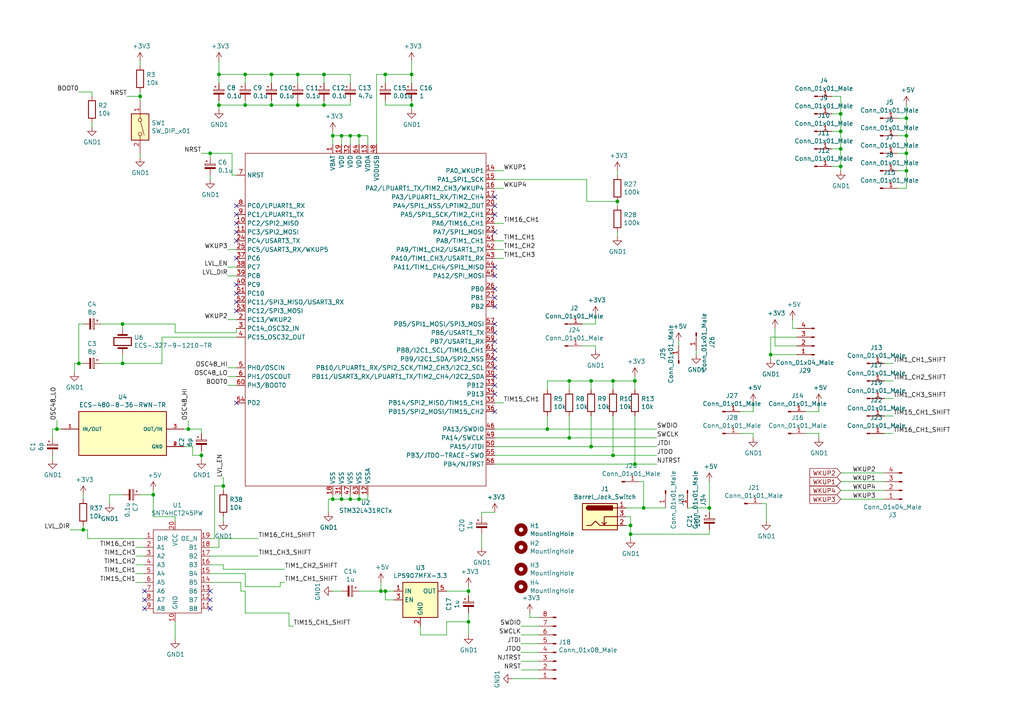
<source format=kicad_sch>
(kicad_sch (version 20211123) (generator eeschema)
  (paper "A4")
  (junction (at 243.84 43.18))
  (junction (at 243.84 38.1))
  (junction (at 179.07 58.42))
  (junction (at 158.75 124.46))
  (junction (at 223.52 102.87))
  (junction (at 165.1 110.49))
  (junction (at 78.74 30.48))
  (junction (at 44.45 143.51))
  (junction (at 16.51 124.46))
  (junction (at 22.86 105.41))
  (junction (at 71.12 30.48))
  (junction (at 64.77 140.97))
  (junction (at 243.84 33.02))
  (junction (at 182.88 154.94))
  (junction (at 262.89 49.53))
  (junction (at 40.64 27.94))
  (junction (at 171.45 110.49))
  (junction (at 104.14 144.78))
  (junction (at 184.15 110.49))
  (junction (at 104.14 39.37))
  (junction (at 99.06 144.78))
  (junction (at 35.56 93.98))
  (junction (at 58.42 132.08))
  (junction (at 86.36 30.48))
  (junction (at 101.6 144.78))
  (junction (at 262.89 34.29))
  (junction (at 184.15 134.62))
  (junction (at 63.5 30.48))
  (junction (at 119.38 30.48))
  (junction (at 119.38 21.59))
  (junction (at 111.76 21.59))
  (junction (at 182.88 152.4))
  (junction (at 135.89 171.45))
  (junction (at 111.76 171.45))
  (junction (at 165.1 127))
  (junction (at 186.69 147.32))
  (junction (at 110.49 171.45))
  (junction (at 24.13 153.67))
  (junction (at 262.89 39.37))
  (junction (at 96.52 144.78))
  (junction (at 177.8 110.49))
  (junction (at 71.12 21.59))
  (junction (at 177.8 132.08))
  (junction (at 171.45 129.54))
  (junction (at 86.36 21.59))
  (junction (at 93.98 21.59))
  (junction (at 63.5 21.59))
  (junction (at 54.61 124.46))
  (junction (at 135.89 180.34))
  (junction (at 205.74 147.32))
  (junction (at 101.6 39.37))
  (junction (at 78.74 21.59))
  (junction (at 243.84 48.26))
  (junction (at 262.89 44.45))
  (junction (at 93.98 30.48))
  (junction (at 99.06 39.37))
  (junction (at 60.96 44.45))
  (junction (at 96.52 39.37))
  (junction (at 35.56 105.41))
  (no_connect (at 68.58 85.09))
  (no_connect (at 41.91 173.99))
  (no_connect (at 143.51 114.3))
  (no_connect (at 68.58 74.93))
  (no_connect (at 143.51 62.23))
  (no_connect (at 60.96 173.99))
  (no_connect (at 68.58 82.55))
  (no_connect (at 143.51 119.38))
  (no_connect (at 68.58 64.77))
  (no_connect (at 143.51 57.15))
  (no_connect (at 68.58 87.63))
  (no_connect (at 68.58 62.23))
  (no_connect (at 68.58 67.31))
  (no_connect (at 60.96 171.45))
  (no_connect (at 143.51 96.52))
  (no_connect (at 143.51 106.68))
  (no_connect (at 143.51 59.69))
  (no_connect (at 143.51 93.98))
  (no_connect (at 143.51 86.36))
  (no_connect (at 68.58 116.84))
  (no_connect (at 143.51 101.6))
  (no_connect (at 143.51 67.31))
  (no_connect (at 143.51 83.82))
  (no_connect (at 60.96 176.53))
  (no_connect (at 143.51 77.47))
  (no_connect (at 143.51 88.9))
  (no_connect (at 68.58 90.17))
  (no_connect (at 143.51 104.14))
  (no_connect (at 143.51 111.76))
  (no_connect (at 143.51 80.01))
  (no_connect (at 143.51 109.22))
  (no_connect (at 143.51 99.06))
  (no_connect (at 41.91 176.53))
  (no_connect (at 68.58 69.85))
  (no_connect (at 68.58 59.69))
  (no_connect (at 41.91 171.45))
  (wire (pts (xy 135.89 171.45) (xy 135.89 170.18)))
  (wire (pts (xy 50.8 185.42) (xy 50.8 180.34)))
  (wire (pts (xy 262.89 34.29) (xy 262.89 30.48)))
  (wire (pts (xy 184.15 134.62) (xy 184.15 120.65)))
  (wire (pts (xy 68.58 97.79) (xy 46.99 97.79)))
  (wire (pts (xy 86.36 24.13) (xy 86.36 21.59)))
  (wire (pts (xy 182.88 149.86) (xy 181.61 149.86)))
  (wire (pts (xy 196.85 99.06) (xy 196.85 100.33)))
  (wire (pts (xy 39.37 161.29) (xy 41.91 161.29)))
  (wire (pts (xy 78.74 30.48) (xy 86.36 30.48)))
  (wire (pts (xy 243.84 43.18) (xy 243.84 38.1)))
  (wire (pts (xy 158.75 124.46) (xy 190.5 124.46)))
  (wire (pts (xy 177.8 132.08) (xy 190.5 132.08)))
  (wire (pts (xy 146.05 72.39) (xy 143.51 72.39)))
  (wire (pts (xy 243.84 144.78) (xy 256.54 144.78)))
  (wire (pts (xy 231.14 95.25) (xy 229.87 95.25)))
  (wire (pts (xy 96.52 144.78) (xy 96.52 143.51)))
  (wire (pts (xy 66.04 106.68) (xy 68.58 106.68)))
  (wire (pts (xy 184.15 134.62) (xy 190.5 134.62)))
  (wire (pts (xy 60.96 158.75) (xy 63.5 158.75)))
  (wire (pts (xy 16.51 124.46) (xy 15.24 124.46)))
  (wire (pts (xy 22.86 105.41) (xy 24.13 105.41)))
  (wire (pts (xy 214.63 125.73) (xy 218.44 125.73)))
  (wire (pts (xy 67.31 44.45) (xy 60.96 44.45)))
  (wire (pts (xy 179.07 68.58) (xy 179.07 67.31)))
  (wire (pts (xy 64.77 163.83) (xy 64.77 165.1)))
  (wire (pts (xy 139.7 149.86) (xy 139.7 148.59)))
  (wire (pts (xy 199.39 147.32) (xy 205.74 147.32)))
  (wire (pts (xy 62.23 156.21) (xy 60.96 156.21)))
  (wire (pts (xy 205.74 139.7) (xy 205.74 147.32)))
  (wire (pts (xy 22.86 26.67) (xy 26.67 26.67)))
  (wire (pts (xy 233.68 119.38) (xy 237.49 119.38)))
  (wire (pts (xy 53.34 129.54) (xy 55.88 129.54)))
  (wire (pts (xy 35.56 102.87) (xy 35.56 105.41)))
  (wire (pts (xy 106.68 41.91) (xy 106.68 39.37)))
  (wire (pts (xy 46.99 97.79) (xy 46.99 105.41)))
  (wire (pts (xy 158.75 113.03) (xy 158.75 110.49)))
  (wire (pts (xy 231.14 100.33) (xy 224.79 100.33)))
  (wire (pts (xy 24.13 153.67) (xy 24.13 152.4)))
  (wire (pts (xy 259.08 110.49) (xy 256.54 110.49)))
  (wire (pts (xy 101.6 41.91) (xy 101.6 39.37)))
  (wire (pts (xy 165.1 113.03) (xy 165.1 110.49)))
  (wire (pts (xy 85.09 181.61) (xy 83.82 181.61)))
  (wire (pts (xy 135.89 180.34) (xy 135.89 177.8)))
  (wire (pts (xy 260.35 54.61) (xy 262.89 54.61)))
  (wire (pts (xy 101.6 39.37) (xy 99.06 39.37)))
  (wire (pts (xy 129.54 180.34) (xy 135.89 180.34)))
  (wire (pts (xy 222.25 146.05) (xy 222.25 151.13)))
  (wire (pts (xy 241.3 48.26) (xy 243.84 48.26)))
  (wire (pts (xy 96.52 144.78) (xy 99.06 144.78)))
  (wire (pts (xy 186.69 139.7) (xy 185.42 139.7)))
  (wire (pts (xy 205.74 148.59) (xy 205.74 147.32)))
  (wire (pts (xy 63.5 30.48) (xy 63.5 31.75)))
  (wire (pts (xy 121.92 181.61) (xy 121.92 184.15)))
  (wire (pts (xy 96.52 171.45) (xy 99.06 171.45)))
  (wire (pts (xy 104.14 144.78) (xy 106.68 144.78)))
  (wire (pts (xy 143.51 129.54) (xy 171.45 129.54)))
  (wire (pts (xy 223.52 102.87) (xy 231.14 102.87)))
  (wire (pts (xy 181.61 147.32) (xy 186.69 147.32)))
  (wire (pts (xy 165.1 120.65) (xy 165.1 127)))
  (wire (pts (xy 95.25 144.78) (xy 96.52 144.78)))
  (wire (pts (xy 182.88 152.4) (xy 182.88 154.94)))
  (wire (pts (xy 109.22 21.59) (xy 109.22 41.91)))
  (wire (pts (xy 63.5 156.21) (xy 74.93 156.21)))
  (wire (pts (xy 25.4 156.21) (xy 25.4 153.67)))
  (wire (pts (xy 83.82 181.61) (xy 83.82 177.8)))
  (wire (pts (xy 218.44 119.38) (xy 218.44 116.84)))
  (wire (pts (xy 40.64 27.94) (xy 40.64 26.67)))
  (wire (pts (xy 78.74 24.13) (xy 78.74 21.59)))
  (wire (pts (xy 151.13 191.77) (xy 156.21 191.77)))
  (wire (pts (xy 165.1 127) (xy 143.51 127)))
  (wire (pts (xy 40.64 29.21) (xy 40.64 27.94)))
  (wire (pts (xy 78.74 21.59) (xy 86.36 21.59)))
  (wire (pts (xy 71.12 177.8) (xy 71.12 171.45)))
  (wire (pts (xy 151.13 189.23) (xy 156.21 189.23)))
  (wire (pts (xy 260.35 44.45) (xy 262.89 44.45)))
  (wire (pts (xy 143.51 134.62) (xy 184.15 134.62)))
  (wire (pts (xy 26.67 36.83) (xy 26.67 35.56)))
  (wire (pts (xy 156.21 179.07) (xy 153.67 179.07)))
  (wire (pts (xy 146.05 74.93) (xy 143.51 74.93)))
  (wire (pts (xy 135.89 171.45) (xy 129.54 171.45)))
  (wire (pts (xy 93.98 21.59) (xy 93.98 24.13)))
  (wire (pts (xy 111.76 21.59) (xy 119.38 21.59)))
  (wire (pts (xy 143.51 124.46) (xy 158.75 124.46)))
  (wire (pts (xy 179.07 50.8) (xy 179.07 49.53)))
  (wire (pts (xy 96.52 39.37) (xy 96.52 38.1)))
  (wire (pts (xy 119.38 30.48) (xy 111.76 30.48)))
  (wire (pts (xy 243.84 38.1) (xy 243.84 33.02)))
  (wire (pts (xy 66.04 111.76) (xy 68.58 111.76)))
  (wire (pts (xy 153.67 179.07) (xy 153.67 177.8)))
  (wire (pts (xy 101.6 29.21) (xy 101.6 30.48)))
  (wire (pts (xy 60.96 44.45) (xy 58.42 44.45)))
  (wire (pts (xy 29.21 93.98) (xy 35.56 93.98)))
  (wire (pts (xy 129.54 184.15) (xy 129.54 180.34)))
  (wire (pts (xy 20.32 153.67) (xy 24.13 153.67)))
  (wire (pts (xy 35.56 95.25) (xy 35.56 93.98)))
  (wire (pts (xy 182.88 154.94) (xy 182.88 156.21)))
  (wire (pts (xy 139.7 148.59) (xy 143.51 148.59)))
  (wire (pts (xy 41.91 168.91) (xy 39.37 168.91)))
  (wire (pts (xy 101.6 144.78) (xy 101.6 143.51)))
  (wire (pts (xy 66.04 109.22) (xy 68.58 109.22)))
  (wire (pts (xy 218.44 125.73) (xy 218.44 127)))
  (wire (pts (xy 146.05 49.53) (xy 143.51 49.53)))
  (wire (pts (xy 110.49 168.91) (xy 110.49 171.45)))
  (wire (pts (xy 64.77 151.13) (xy 64.77 149.86)))
  (wire (pts (xy 26.67 27.94) (xy 26.67 26.67)))
  (wire (pts (xy 114.3 173.99) (xy 111.76 173.99)))
  (wire (pts (xy 259.08 105.41) (xy 256.54 105.41)))
  (wire (pts (xy 243.84 142.24) (xy 256.54 142.24)))
  (wire (pts (xy 25.4 156.21) (xy 41.91 156.21)))
  (wire (pts (xy 121.92 184.15) (xy 129.54 184.15)))
  (wire (pts (xy 186.69 147.32) (xy 193.04 147.32)))
  (wire (pts (xy 135.89 172.72) (xy 135.89 171.45)))
  (wire (pts (xy 95.25 148.59) (xy 95.25 144.78)))
  (wire (pts (xy 262.89 54.61) (xy 262.89 49.53)))
  (wire (pts (xy 165.1 127) (xy 190.5 127)))
  (wire (pts (xy 223.52 97.79) (xy 223.52 102.87)))
  (wire (pts (xy 139.7 154.94) (xy 139.7 158.75)))
  (wire (pts (xy 106.68 39.37) (xy 104.14 39.37)))
  (wire (pts (xy 17.78 124.46) (xy 16.51 124.46)))
  (wire (pts (xy 54.61 124.46) (xy 53.34 124.46)))
  (wire (pts (xy 146.05 64.77) (xy 143.51 64.77)))
  (wire (pts (xy 143.51 52.07) (xy 170.18 52.07)))
  (wire (pts (xy 184.15 113.03) (xy 184.15 110.49)))
  (wire (pts (xy 64.77 138.43) (xy 64.77 140.97)))
  (wire (pts (xy 119.38 29.21) (xy 119.38 30.48)))
  (wire (pts (xy 237.49 125.73) (xy 237.49 127)))
  (wire (pts (xy 181.61 152.4) (xy 182.88 152.4)))
  (wire (pts (xy 40.64 19.05) (xy 40.64 17.78)))
  (wire (pts (xy 106.68 144.78) (xy 106.68 143.51)))
  (wire (pts (xy 111.76 21.59) (xy 111.76 24.13)))
  (wire (pts (xy 60.96 161.29) (xy 74.93 161.29)))
  (wire (pts (xy 96.52 41.91) (xy 96.52 39.37)))
  (wire (pts (xy 259.08 125.73) (xy 256.54 125.73)))
  (wire (pts (xy 66.04 77.47) (xy 68.58 77.47)))
  (wire (pts (xy 241.3 27.94) (xy 243.84 27.94)))
  (wire (pts (xy 172.72 93.98) (xy 172.72 91.44)))
  (wire (pts (xy 69.85 171.45) (xy 69.85 168.91)))
  (wire (pts (xy 104.14 41.91) (xy 104.14 39.37)))
  (wire (pts (xy 64.77 165.1) (xy 82.55 165.1)))
  (wire (pts (xy 71.12 30.48) (xy 78.74 30.48)))
  (wire (pts (xy 109.22 21.59) (xy 111.76 21.59)))
  (wire (pts (xy 223.52 104.14) (xy 223.52 102.87)))
  (wire (pts (xy 146.05 116.84) (xy 143.51 116.84)))
  (wire (pts (xy 62.23 140.97) (xy 62.23 156.21)))
  (wire (pts (xy 101.6 144.78) (xy 104.14 144.78)))
  (wire (pts (xy 60.96 168.91) (xy 69.85 168.91)))
  (wire (pts (xy 50.8 151.13) (xy 50.8 149.86)))
  (wire (pts (xy 60.96 166.37) (xy 71.12 166.37)))
  (wire (pts (xy 36.83 27.94) (xy 40.64 27.94)))
  (wire (pts (xy 158.75 110.49) (xy 165.1 110.49)))
  (wire (pts (xy 50.8 96.52) (xy 68.58 96.52)))
  (wire (pts (xy 81.28 168.91) (xy 81.28 170.18)))
  (wire (pts (xy 171.45 129.54) (xy 190.5 129.54)))
  (wire (pts (xy 151.13 194.31) (xy 156.21 194.31)))
  (wire (pts (xy 259.08 120.65) (xy 256.54 120.65)))
  (wire (pts (xy 151.13 181.61) (xy 156.21 181.61)))
  (wire (pts (xy 243.84 43.18) (xy 243.84 48.26)))
  (wire (pts (xy 158.75 124.46) (xy 158.75 120.65)))
  (wire (pts (xy 71.12 177.8) (xy 83.82 177.8)))
  (wire (pts (xy 170.18 58.42) (xy 179.07 58.42)))
  (wire (pts (xy 35.56 143.51) (xy 31.75 143.51)))
  (wire (pts (xy 165.1 110.49) (xy 171.45 110.49)))
  (wire (pts (xy 21.59 107.95) (xy 21.59 105.41)))
  (wire (pts (xy 63.5 24.13) (xy 63.5 21.59)))
  (wire (pts (xy 177.8 113.03) (xy 177.8 110.49)))
  (wire (pts (xy 104.14 39.37) (xy 101.6 39.37)))
  (wire (pts (xy 201.93 102.87) (xy 201.93 101.6)))
  (wire (pts (xy 63.5 21.59) (xy 71.12 21.59)))
  (wire (pts (xy 40.64 45.72) (xy 40.64 44.45)))
  (wire (pts (xy 15.24 124.46) (xy 15.24 127)))
  (wire (pts (xy 184.15 110.49) (xy 184.15 109.22)))
  (wire (pts (xy 58.42 125.73) (xy 58.42 124.46)))
  (wire (pts (xy 237.49 119.38) (xy 237.49 116.84)))
  (wire (pts (xy 55.88 129.54) (xy 55.88 132.08)))
  (wire (pts (xy 71.12 166.37) (xy 71.12 170.18)))
  (wire (pts (xy 168.91 100.33) (xy 172.72 100.33)))
  (wire (pts (xy 58.42 133.35) (xy 58.42 132.08)))
  (wire (pts (xy 64.77 142.24) (xy 64.77 140.97)))
  (wire (pts (xy 99.06 143.51) (xy 99.06 144.78)))
  (wire (pts (xy 182.88 154.94) (xy 205.74 154.94)))
  (wire (pts (xy 241.3 33.02) (xy 243.84 33.02)))
  (wire (pts (xy 205.74 154.94) (xy 205.74 153.67)))
  (wire (pts (xy 119.38 24.13) (xy 119.38 21.59)))
  (wire (pts (xy 67.31 50.8) (xy 67.31 44.45)))
  (wire (pts (xy 177.8 132.08) (xy 143.51 132.08)))
  (wire (pts (xy 177.8 110.49) (xy 184.15 110.49)))
  (wire (pts (xy 110.49 171.45) (xy 104.14 171.45)))
  (wire (pts (xy 60.96 52.07) (xy 60.96 50.8)))
  (wire (pts (xy 31.75 146.05) (xy 31.75 143.51)))
  (wire (pts (xy 182.88 152.4) (xy 182.88 149.86)))
  (wire (pts (xy 111.76 171.45) (xy 110.49 171.45)))
  (wire (pts (xy 119.38 21.59) (xy 119.38 17.78)))
  (wire (pts (xy 222.25 146.05) (xy 220.98 146.05)))
  (wire (pts (xy 22.86 93.98) (xy 24.13 93.98)))
  (wire (pts (xy 170.18 58.42) (xy 170.18 52.07)))
  (wire (pts (xy 243.84 38.1) (xy 241.3 38.1)))
  (wire (pts (xy 63.5 158.75) (xy 63.5 156.21)))
  (wire (pts (xy 22.86 105.41) (xy 22.86 93.98)))
  (wire (pts (xy 50.8 149.86) (xy 44.45 149.86)))
  (wire (pts (xy 78.74 30.48) (xy 78.74 29.21)))
  (wire (pts (xy 214.63 119.38) (xy 218.44 119.38)))
  (wire (pts (xy 243.84 139.7) (xy 256.54 139.7)))
  (wire (pts (xy 177.8 110.49) (xy 171.45 110.49)))
  (wire (pts (xy 71.12 170.18) (xy 81.28 170.18)))
  (wire (pts (xy 66.04 80.01) (xy 68.58 80.01)))
  (wire (pts (xy 111.76 29.21) (xy 111.76 30.48)))
  (wire (pts (xy 86.36 30.48) (xy 86.36 29.21)))
  (wire (pts (xy 35.56 93.98) (xy 50.8 93.98)))
  (wire (pts (xy 44.45 149.86) (xy 44.45 143.51)))
  (wire (pts (xy 66.04 72.39) (xy 68.58 72.39)))
  (wire (pts (xy 58.42 124.46) (xy 54.61 124.46)))
  (wire (pts (xy 111.76 173.99) (xy 111.76 171.45)))
  (wire (pts (xy 172.72 100.33) (xy 172.72 101.6)))
  (wire (pts (xy 224.79 100.33) (xy 224.79 95.25)))
  (wire (pts (xy 171.45 129.54) (xy 171.45 120.65)))
  (wire (pts (xy 243.84 48.26) (xy 243.84 49.53)))
  (wire (pts (xy 168.91 93.98) (xy 172.72 93.98)))
  (wire (pts (xy 60.96 45.72) (xy 60.96 44.45)))
  (wire (pts (xy 135.89 180.34) (xy 135.89 184.15)))
  (wire (pts (xy 259.08 115.57) (xy 256.54 115.57)))
  (wire (pts (xy 46.99 105.41) (xy 35.56 105.41)))
  (wire (pts (xy 262.89 44.45) (xy 262.89 39.37)))
  (wire (pts (xy 71.12 30.48) (xy 71.12 29.21)))
  (wire (pts (xy 186.69 147.32) (xy 186.69 139.7)))
  (wire (pts (xy 243.84 27.94) (xy 243.84 33.02)))
  (wire (pts (xy 146.05 69.85) (xy 143.51 69.85)))
  (wire (pts (xy 177.8 132.08) (xy 177.8 120.65)))
  (wire (pts (xy 39.37 163.83) (xy 41.91 163.83)))
  (wire (pts (xy 231.14 97.79) (xy 223.52 97.79)))
  (wire (pts (xy 99.06 39.37) (xy 96.52 39.37)))
  (wire (pts (xy 54.61 121.92) (xy 54.61 124.46)))
  (wire (pts (xy 151.13 184.15) (xy 156.21 184.15)))
  (wire (pts (xy 101.6 24.13) (xy 101.6 21.59)))
  (wire (pts (xy 241.3 43.18) (xy 243.84 43.18)))
  (wire (pts (xy 146.05 54.61) (xy 143.51 54.61)))
  (wire (pts (xy 16.51 121.92) (xy 16.51 124.46)))
  (wire (pts (xy 50.8 93.98) (xy 50.8 96.52)))
  (wire (pts (xy 25.4 153.67) (xy 24.13 153.67)))
  (wire (pts (xy 68.58 50.8) (xy 67.31 50.8)))
  (wire (pts (xy 93.98 30.48) (xy 101.6 30.48)))
  (wire (pts (xy 179.07 59.69) (xy 179.07 58.42)))
  (wire (pts (xy 71.12 21.59) (xy 78.74 21.59)))
  (wire (pts (xy 156.21 196.85) (xy 148.59 196.85)))
  (wire (pts (xy 171.45 110.49) (xy 171.45 113.03)))
  (wire (pts (xy 58.42 132.08) (xy 58.42 130.81)))
  (wire (pts (xy 21.59 105.41) (xy 22.86 105.41)))
  (wire (pts (xy 39.37 166.37) (xy 41.91 166.37)))
  (wire (pts (xy 15.24 133.35) (xy 15.24 132.08)))
  (wire (pts (xy 44.45 143.51) (xy 40.64 143.51)))
  (wire (pts (xy 82.55 168.91) (xy 81.28 168.91)))
  (wire (pts (xy 229.87 95.25) (xy 229.87 92.71)))
  (wire (pts (xy 101.6 21.59) (xy 93.98 21.59)))
  (wire (pts (xy 260.35 34.29) (xy 262.89 34.29)))
  (wire (pts (xy 104.14 143.51) (xy 104.14 144.78)))
  (wire (pts (xy 86.36 21.59) (xy 93.98 21.59)))
  (wire (pts (xy 99.06 144.78) (xy 101.6 144.78)))
  (wire (pts (xy 63.5 21.59) (xy 63.5 17.78)))
  (wire (pts (xy 60.96 163.83) (xy 64.77 163.83)))
  (wire (pts (xy 93.98 30.48) (xy 86.36 30.48)))
  (wire (pts (xy 63.5 29.21) (xy 63.5 30.48)))
  (wire (pts (xy 68.58 96.52) (xy 68.58 95.25)))
  (wire (pts (xy 151.13 186.69) (xy 156.21 186.69)))
  (wire (pts (xy 66.04 92.71) (xy 68.58 92.71)))
  (wire (pts (xy 64.77 140.97) (xy 62.23 140.97)))
  (wire (pts (xy 24.13 144.78) (xy 24.13 143.51)))
  (wire (pts (xy 233.68 125.73) (xy 237.49 125.73)))
  (wire (pts (xy 260.35 49.53) (xy 262.89 49.53)))
  (wire (pts (xy 114.3 171.45) (xy 111.76 171.45)))
  (wire (pts (xy 63.5 30.48) (xy 71.12 30.48)))
  (wire (pts (xy 99.06 41.91) (xy 99.06 39.37)))
  (wire (pts (xy 262.89 39.37) (xy 262.89 34.29)))
  (wire (pts (xy 29.21 105.41) (xy 35.56 105.41)))
  (wire (pts (xy 262.89 49.53) (xy 262.89 44.45)))
  (wire (pts (xy 262.89 39.37) (xy 260.35 39.37)))
  (wire (pts (xy 93.98 29.21) (xy 93.98 30.48)))
  (wire (pts (xy 39.37 158.75) (xy 41.91 158.75)))
  (wire (pts (xy 55.88 132.08) (xy 58.42 132.08)))
  (wire (pts (xy 243.84 137.16) (xy 256.54 137.16)))
  (wire (pts (xy 71.12 24.13) (xy 71.12 21.59)))
  (wire (pts (xy 44.45 142.24) (xy 44.45 143.51)))
  (wire (pts (xy 119.38 31.75) (xy 119.38 30.48)))
  (wire (pts (xy 71.12 171.45) (xy 69.85 171.45)))
  (label "WKUP1" (at 146.05 49.53 0))
  (label "JTDO" (at 190.5 132.08 0))
  (label "TIM1_CH2_SHIFT" (at 259.08 110.49 0))
  (label "WKUP3" (at 66.04 72.39 180))
  (label "TIM1_CH1" (at 146.05 69.85 0))
  (label "TIM1_CH2" (at 146.05 72.39 0))
  (label "SWDIO" (at 190.5 124.46 0))
  (label "LVL_DIR" (at 20.32 153.67 180))
  (label "NRST" (at 58.42 44.45 180))
  (label "OSC48_HI" (at 54.61 121.92 90))
  (label "TIM1_CH3_SHIFT" (at 259.08 115.57 0))
  (label "SWCLK" (at 190.5 127 0))
  (label "BOOT0" (at 22.86 26.67 180))
  (label "NRST" (at 36.83 27.94 180))
  (label "TIM1_CH3_SHIFT" (at 74.93 161.29 0))
  (label "TIM1_CH3" (at 146.05 74.93 0))
  (label "LVL_DIR" (at 66.04 80.01 180))
  (label "TIM16_CH1" (at 39.37 158.75 180))
  (label "LVL_EN" (at 66.04 77.47 180))
  (label "TIM1_CH3" (at 39.37 161.29 180))
  (label "WKUP1" (at 254 139.7 180))
  (label "OSC48_LO" (at 66.04 109.22 180))
  (label "TIM15_CH1_SHIFT" (at 259.08 120.65 0))
  (label "TIM16_CH1_SHIFT" (at 259.08 125.73 0))
  (label "TIM16_CH1_SHIFT" (at 74.93 156.21 0))
  (label "LVL_EN" (at 64.77 138.43 90))
  (label "WKUP2" (at 254 137.16 180))
  (label "JTDO" (at 151.13 189.23 180))
  (label "TIM1_CH1" (at 39.37 166.37 180))
  (label "OSC48_LO" (at 16.51 121.92 90))
  (label "NJTRST" (at 190.5 134.62 0))
  (label "OSC48_HI" (at 66.04 106.68 180))
  (label "TIM15_CH1_SHIFT" (at 85.09 181.61 0))
  (label "TIM1_CH1_SHIFT" (at 259.08 105.41 0))
  (label "TIM1_CH1_SHIFT" (at 82.55 168.91 0))
  (label "SWDIO" (at 151.13 181.61 180))
  (label "WKUP3" (at 254 144.78 180))
  (label "NJTRST" (at 151.13 191.77 180))
  (label "TIM15_CH1" (at 39.37 168.91 180))
  (label "TIM16_CH1" (at 146.05 64.77 0))
  (label "TIM15_CH1" (at 146.05 116.84 0))
  (label "JTDI" (at 190.5 129.54 0))
  (label "NRST" (at 151.13 194.31 180))
  (label "TIM1_CH2_SHIFT" (at 82.55 165.1 0))
  (label "BOOT0" (at 66.04 111.76 180))
  (label "JTDI" (at 151.13 186.69 180))
  (label "WKUP2" (at 66.04 92.71 180))
  (label "WKUP4" (at 254 142.24 180))
  (label "TIM1_CH2" (at 39.37 163.83 180))
  (label "SWCLK" (at 151.13 184.15 180))
  (label "WKUP4" (at 146.05 54.61 0))
  (global_label "WKUP2" (shape input) (at 243.84 137.16 180) (property "Intersheet References" "${INTERSHEET_REFS}" (effects hide)))
  (global_label "WKUP4" (shape input) (at 243.84 142.24 180) (property "Intersheet References" "${INTERSHEET_REFS}" (effects hide)))
  (global_label "WKUP1" (shape input) (at 243.84 139.7 180) (property "Intersheet References" "${INTERSHEET_REFS}" (effects hide)))
  (global_label "WKUP3" (shape input) (at 243.84 144.78 180) (property "Intersheet References" "${INTERSHEET_REFS}" (effects hide)))
  (symbol (lib_id "spudglo_driver_v3p1-rescue:STM32L431RCTx-MCU_ST_STM32L4") (at 80.01 71.12 0) (unit 1)
    (property "Reference" "U2" (at 106.045 145.7706 0))
    (property "Value" "STM32L431RCTx" (at 106.045 148.082 0))
    (property "Footprint" "Package_QFP:LQFP-64_10x10mm_P0.5mm" (effects hide))
    (property "Datasheet" "http://www.st.com/st-web-ui/static/active/en/resource/technical/document/datasheet/DM00257211.pdf" (effects hide))
  )
  (symbol (lib_id "spudglo_driver_v3p1-rescue:CP_Small-Device") (at 63.5 26.67 0) (unit 1)
    (property "Reference" "C8" (at 65.7352 25.5016 0) (effects (justify left)))
    (property "Value" "0.1u" (at 65.7352 27.813 0) (effects (justify left)))
    (property "Footprint" "Capacitor_SMD:C_0603_1608Metric_Pad1.05x0.95mm_HandSolder" (effects hide))
  )
  (symbol (lib_id "spudglo_driver_v3p1-rescue:CP_Small-Device") (at 71.12 26.67 0) (unit 1)
    (property "Reference" "C9" (at 73.3552 25.5016 0) (effects (justify left)))
    (property "Value" "0.1u" (at 73.3552 27.813 0) (effects (justify left)))
    (property "Footprint" "Capacitor_SMD:C_0603_1608Metric_Pad1.05x0.95mm_HandSolder" (effects hide))
  )
  (symbol (lib_id "spudglo_driver_v3p1-rescue:CP_Small-Device") (at 78.74 26.67 0) (unit 1)
    (property "Reference" "C10" (at 80.9752 25.5016 0) (effects (justify left)))
    (property "Value" "0.1u" (at 80.9752 27.813 0) (effects (justify left)))
    (property "Footprint" "Capacitor_SMD:C_0603_1608Metric_Pad1.05x0.95mm_HandSolder" (effects hide))
  )
  (symbol (lib_id "spudglo_driver_v3p1-rescue:CP_Small-Device") (at 86.36 26.67 0) (unit 1)
    (property "Reference" "C11" (at 88.5952 25.5016 0) (effects (justify left)))
    (property "Value" "0.1u" (at 88.5952 27.813 0) (effects (justify left)))
    (property "Footprint" "Capacitor_SMD:C_0603_1608Metric_Pad1.05x0.95mm_HandSolder" (effects hide))
  )
  (symbol (lib_id "spudglo_driver_v3p1-rescue:CP_Small-Device") (at 93.98 26.67 0) (unit 1)
    (property "Reference" "C12" (at 96.2152 25.5016 0) (effects (justify left)))
    (property "Value" "0.1u" (at 96.2152 27.813 0) (effects (justify left)))
    (property "Footprint" "Capacitor_SMD:C_0603_1608Metric_Pad1.05x0.95mm_HandSolder" (effects hide))
  )
  (symbol (lib_id "spudglo_driver_v3p1-rescue:CP_Small-Device") (at 101.6 26.67 0) (unit 1)
    (property "Reference" "C13" (at 103.8352 25.5016 0) (effects (justify left)))
    (property "Value" "4.7u" (at 103.8352 27.813 0) (effects (justify left)))
    (property "Footprint" "Capacitor_SMD:C_0603_1608Metric_Pad1.05x0.95mm_HandSolder" (effects hide))
  )
  (symbol (lib_id "power:GND1") (at 63.5 31.75 0) (unit 1)
    (property "Reference" "#PWR0101" (effects hide))
    (property "Value" "GND1" (at 63.627 36.1442 0))
  )
  (symbol (lib_id "spudglo_driver_v3p1-rescue:+3.3V-power") (at 63.5 17.78 0) (unit 1)
    (property "Reference" "#PWR0102" (effects hide))
    (property "Value" "+3.3V" (at 63.881 13.3858 0))
  )
  (symbol (lib_id "spudglo_driver_v3p1-rescue:CP_Small-Device") (at 111.76 26.67 0) (unit 1)
    (property "Reference" "C15" (at 113.9952 25.5016 0) (effects (justify left)))
    (property "Value" "0.01u" (at 113.9952 27.813 0) (effects (justify left)))
    (property "Footprint" "Capacitor_SMD:C_0603_1608Metric_Pad1.05x0.95mm_HandSolder" (effects hide))
  )
  (symbol (lib_id "spudglo_driver_v3p1-rescue:CP_Small-Device") (at 119.38 26.67 0) (unit 1)
    (property "Reference" "C16" (at 121.6152 25.5016 0) (effects (justify left)))
    (property "Value" "1" (at 121.6152 27.813 0) (effects (justify left)))
    (property "Footprint" "Capacitor_SMD:C_0603_1608Metric_Pad1.05x0.95mm_HandSolder" (effects hide))
  )
  (symbol (lib_id "power:GND1") (at 119.38 31.75 0) (unit 1)
    (property "Reference" "#PWR0103" (effects hide))
    (property "Value" "GND1" (at 119.507 36.1442 0))
  )
  (symbol (lib_id "spudglo_driver_v3p1-rescue:+3.3V-power") (at 119.38 17.78 0) (unit 1)
    (property "Reference" "#PWR0104" (effects hide))
    (property "Value" "+3.3V" (at 119.761 13.3858 0))
  )
  (symbol (lib_id "power:GND1") (at 95.25 148.59 0) (unit 1)
    (property "Reference" "#PWR0105" (effects hide))
    (property "Value" "GND1" (at 95.377 152.9842 0))
  )
  (symbol (lib_id "spudglo_driver_v3p1-rescue:+3.3V-power") (at 96.52 38.1 0) (unit 1)
    (property "Reference" "#PWR0106" (effects hide))
    (property "Value" "+3.3V" (at 96.901 33.7058 0))
  )
  (symbol (lib_id "spudglo_driver_v3p1-rescue:CP_Small-Device") (at 60.96 48.26 0) (unit 1)
    (property "Reference" "C6" (at 63.1952 47.0916 0) (effects (justify left)))
    (property "Value" "0.1u" (at 63.1952 49.403 0) (effects (justify left)))
    (property "Footprint" "Capacitor_SMD:C_0603_1608Metric_Pad1.05x0.95mm_HandSolder" (effects hide))
  )
  (symbol (lib_id "Connector:Conn_01x01_Male") (at 255.27 34.29 0) (unit 1)
    (property "Reference" "J5" (at 258.0132 29.6926 0))
    (property "Value" "Conn_01x01_Male" (at 258.0132 32.004 0))
    (property "Footprint" "Connector_Pin:Pin_D1.3mm_L11.0mm" (effects hide))
  )
  (symbol (lib_id "power:GND1") (at 60.96 52.07 0) (unit 1)
    (property "Reference" "#PWR0107" (effects hide))
    (property "Value" "GND1" (at 61.087 56.4642 0))
  )
  (symbol (lib_id "Switch:SW_DIP_x01") (at 40.64 36.83 270) (unit 1)
    (property "Reference" "SW1" (at 43.942 35.6616 90) (effects (justify left)))
    (property "Value" "SW_DIP_x01" (at 43.942 37.973 90) (effects (justify left)))
    (property "Footprint" "Connector_PinHeader_2.54mm:PinHeader_1x02_P2.54mm_Vertical" (effects hide))
  )
  (symbol (lib_id "power:GND1") (at 40.64 45.72 0) (unit 1)
    (property "Reference" "#PWR0108" (effects hide))
    (property "Value" "GND1" (at 40.767 50.1142 0))
  )
  (symbol (lib_id "Device:R") (at 40.64 22.86 0) (unit 1)
    (property "Reference" "R3" (at 42.418 21.6916 0) (effects (justify left)))
    (property "Value" "10k" (at 42.418 24.003 0) (effects (justify left)))
    (property "Footprint" "Resistor_SMD:R_0603_1608Metric_Pad1.05x0.95mm_HandSolder" (effects hide))
  )
  (symbol (lib_id "spudglo_driver_v3p1-rescue:+3.3V-power") (at 40.64 17.78 0) (unit 1)
    (property "Reference" "#PWR0109" (effects hide))
    (property "Value" "+3.3V" (at 41.021 13.3858 0))
  )
  (symbol (lib_id "Device:Crystal") (at 35.56 99.06 270) (unit 1)
    (property "Reference" "U6" (at 38.8874 97.8916 90) (effects (justify left)))
    (property "Value" "ECS-.327-9-1210-TR" (at 38.8874 100.203 90) (effects (justify left)))
    (property "Footprint" "ECS-:XTAL_ECS-.327-9-1210-TR" (effects hide))
  )
  (symbol (lib_id "spudglo_driver_v3p1-rescue:CP_Small-Device") (at 26.67 93.98 270) (unit 1)
    (property "Reference" "C4" (at 26.67 88.265 90))
    (property "Value" "8p" (at 26.67 90.5764 90))
    (property "Footprint" "Capacitor_SMD:C_0603_1608Metric_Pad1.05x0.95mm_HandSolder" (effects hide))
  )
  (symbol (lib_id "Connector:Conn_01x08_Male") (at 161.29 189.23 180) (unit 1)
    (property "Reference" "J18" (at 162.0012 186.2328 0) (effects (justify right)))
    (property "Value" "Conn_01x08_Male" (at 162.0012 188.5442 0) (effects (justify right)))
    (property "Footprint" "Connector_PinHeader_2.54mm:PinHeader_2x04_P2.54mm_Vertical" (effects hide))
  )
  (symbol (lib_id "spudglo_driver_v3p1-rescue:CP_Small-Device") (at 26.67 105.41 270) (unit 1)
    (property "Reference" "C3" (at 26.67 99.695 90))
    (property "Value" "8p" (at 26.67 102.0064 90))
    (property "Footprint" "Capacitor_SMD:C_0603_1608Metric_Pad1.05x0.95mm_HandSolder" (effects hide))
  )
  (symbol (lib_id "power:GND1") (at 21.59 107.95 0) (unit 1)
    (property "Reference" "#PWR0110" (effects hide))
    (property "Value" "GND1" (at 21.717 112.3442 0))
  )
  (symbol (lib_id "spudglo_driver_v3p1-rescue:CP_Small-Device") (at 15.24 129.54 0) (unit 1)
    (property "Reference" "C1" (at 9.525 129.54 90))
    (property "Value" "6p" (at 11.8364 129.54 90))
    (property "Footprint" "Capacitor_SMD:C_0603_1608Metric_Pad1.05x0.95mm_HandSolder" (effects hide))
  )
  (symbol (lib_id "spudglo_driver_v3p1-rescue:CP_Small-Device") (at 58.42 128.27 0) (unit 1)
    (property "Reference" "C2" (at 52.705 128.27 90))
    (property "Value" "6p" (at 55.0164 128.27 90))
    (property "Footprint" "Capacitor_SMD:C_0603_1608Metric_Pad1.05x0.95mm_HandSolder" (effects hide))
  )
  (symbol (lib_id "Connector:Conn_01x01_Male") (at 255.27 39.37 0) (unit 1)
    (property "Reference" "J6" (at 258.0132 34.7726 0))
    (property "Value" "Conn_01x01_Male" (at 258.0132 37.084 0))
    (property "Footprint" "Connector_Pin:Pin_D1.3mm_L11.0mm" (effects hide))
  )
  (symbol (lib_id "power:GND1") (at 148.59 196.85 270) (unit 1)
    (property "Reference" "#PWR0137" (effects hide))
    (property "Value" "GND1" (at 144.1958 196.977 0))
  )
  (symbol (lib_id "power:GND1") (at 26.67 36.83 0) (unit 1)
    (property "Reference" "#PWR0112" (effects hide))
    (property "Value" "GND1" (at 26.797 41.2242 0))
  )
  (symbol (lib_id "Device:R") (at 26.67 31.75 0) (unit 1)
    (property "Reference" "R2" (at 28.448 30.5816 0) (effects (justify left)))
    (property "Value" "10k" (at 28.448 32.893 0) (effects (justify left)))
    (property "Footprint" "Resistor_SMD:R_0603_1608Metric_Pad1.05x0.95mm_HandSolder" (effects hide))
  )
  (symbol (lib_id "Connector:Conn_01x01_Male") (at 255.27 44.45 0) (unit 1)
    (property "Reference" "J7" (at 258.0132 39.8526 0))
    (property "Value" "Conn_01x01_Male" (at 258.0132 42.164 0))
    (property "Footprint" "Connector_Pin:Pin_D1.3mm_L11.0mm" (effects hide))
  )
  (symbol (lib_id "Connector:Conn_01x01_Male") (at 255.27 49.53 0) (unit 1)
    (property "Reference" "J8" (at 258.0132 44.9326 0))
    (property "Value" "Conn_01x01_Male" (at 258.0132 47.244 0))
    (property "Footprint" "Connector_Pin:Pin_D1.3mm_L11.0mm" (effects hide))
  )
  (symbol (lib_id "Connector:Conn_01x04_Male") (at 261.62 142.24 180) (unit 1)
    (property "Reference" "J3" (at 258.8768 149.3774 0))
    (property "Value" "Conn_01x04_Male" (at 258.8768 147.066 0))
    (property "Footprint" "Connector_PinHeader_2.54mm:PinHeader_1x04_P2.54mm_Vertical" (effects hide))
  )
  (symbol (lib_id "spudglo_driver_v3p1-rescue:ECS-480-8-36-RWN-TR-ECS-480-8-36-RWN-TR") (at 35.56 127 0) (unit 1)
    (property "Reference" "U4" (at 35.56 115.1382 0))
    (property "Value" "ECS-480-8-36-RWN-TR" (at 35.56 117.4496 0))
    (property "Footprint" "XTAL_ECS-480-8-36-RWN-TR" (effects hide))
    (property "MF" "ECS INC" (effects hide))
    (property "DESCRIPTION" "The minature ECX-2236 is a compact SMD Crystal. The industry standard 2.5 x 2.0 x 0.55 mm ceramic package is ideal for today’s SMD manufacturing environment." (effects hide))
    (property "STANDARD" "Manufacturer Recommendation" (effects hide))
    (property "MP" "ECX-2236" (effects hide))
    (property "PACKAGE" "SMD-4 ECX" (effects hide))
    (property "AVAILABILITY" "Good" (effects hide))
    (property "PARTREV" "2017" (effects hide))
  )
  (symbol (lib_id "Device:R") (at 158.75 116.84 0) (unit 1)
    (property "Reference" "R5" (at 160.528 115.6716 0) (effects (justify left)))
    (property "Value" "10k" (at 160.528 117.983 0) (effects (justify left)))
    (property "Footprint" "Resistor_SMD:R_0603_1608Metric_Pad1.05x0.95mm_HandSolder" (effects hide))
  )
  (symbol (lib_id "Device:R") (at 165.1 116.84 0) (unit 1)
    (property "Reference" "R8" (at 166.878 115.6716 0) (effects (justify left)))
    (property "Value" "10k" (at 166.878 117.983 0) (effects (justify left)))
    (property "Footprint" "Resistor_SMD:R_0603_1608Metric_Pad1.05x0.95mm_HandSolder" (effects hide))
  )
  (symbol (lib_id "Device:R") (at 171.45 116.84 0) (unit 1)
    (property "Reference" "R9" (at 173.228 115.6716 0) (effects (justify left)))
    (property "Value" "10k" (at 173.228 117.983 0) (effects (justify left)))
    (property "Footprint" "Resistor_SMD:R_0603_1608Metric_Pad1.05x0.95mm_HandSolder" (effects hide))
  )
  (symbol (lib_id "Device:R") (at 177.8 116.84 0) (unit 1)
    (property "Reference" "R10" (at 179.578 115.6716 0) (effects (justify left)))
    (property "Value" "10k" (at 179.578 117.983 0) (effects (justify left)))
    (property "Footprint" "Resistor_SMD:R_0603_1608Metric_Pad1.05x0.95mm_HandSolder" (effects hide))
  )
  (symbol (lib_id "Device:R") (at 184.15 116.84 0) (unit 1)
    (property "Reference" "R13" (at 185.928 115.6716 0) (effects (justify left)))
    (property "Value" "10k" (at 185.928 117.983 0) (effects (justify left)))
    (property "Footprint" "Resistor_SMD:R_0603_1608Metric_Pad1.05x0.95mm_HandSolder" (effects hide))
  )
  (symbol (lib_id "Connector:Conn_01x01_Male") (at 236.22 33.02 0) (unit 1)
    (property "Reference" "J9" (at 238.9632 28.4226 0))
    (property "Value" "Conn_01x01_Male" (at 238.9632 30.734 0))
    (property "Footprint" "Connector_Pin:Pin_D1.3mm_L11.0mm" (effects hide))
  )
  (symbol (lib_id "Connector:Conn_01x01_Male") (at 236.22 38.1 0) (unit 1)
    (property "Reference" "J10" (at 238.9632 33.5026 0))
    (property "Value" "Conn_01x01_Male" (at 238.9632 35.814 0))
    (property "Footprint" "Connector_Pin:Pin_D1.3mm_L11.0mm" (effects hide))
  )
  (symbol (lib_id "Connector:Conn_01x01_Male") (at 236.22 43.18 0) (unit 1)
    (property "Reference" "J11" (at 238.9632 38.5826 0))
    (property "Value" "Conn_01x01_Male" (at 238.9632 40.894 0))
    (property "Footprint" "Connector_Pin:Pin_D1.3mm_L11.0mm" (effects hide))
  )
  (symbol (lib_id "Connector:Conn_01x01_Male") (at 236.22 48.26 0) (unit 1)
    (property "Reference" "J12" (at 238.9632 43.6626 0))
    (property "Value" "Conn_01x01_Male" (at 238.9632 45.974 0))
    (property "Footprint" "Connector_Pin:Pin_D1.3mm_L11.0mm" (effects hide))
  )
  (symbol (lib_id "power:GND1") (at 243.84 49.53 0) (unit 1)
    (property "Reference" "#PWR0142" (effects hide))
    (property "Value" "GND1" (at 243.967 53.9242 0))
  )
  (symbol (lib_id "spudglo_driver_v3p1-rescue:+3.3V-power") (at 184.15 109.22 0) (unit 1)
    (property "Reference" "#PWR0113" (effects hide))
    (property "Value" "+3.3V" (at 184.531 104.8258 0))
  )
  (symbol (lib_id "power:+5V") (at 262.89 30.48 0) (unit 1)
    (property "Reference" "#PWR0129" (effects hide))
    (property "Value" "+5V" (at 263.271 26.0858 0))
  )
  (symbol (lib_id "power:GND1") (at 15.24 133.35 0) (unit 1)
    (property "Reference" "#PWR0140" (effects hide))
    (property "Value" "GND1" (at 15.367 137.7442 0))
  )
  (symbol (lib_id "spudglo_driver_v3p1-rescue:+3.3V-power") (at 153.67 177.8 0) (unit 1)
    (property "Reference" "#PWR0139" (effects hide))
    (property "Value" "+3.3V" (at 154.051 173.4058 0))
  )
  (symbol (lib_id "power:GND1") (at 58.42 133.35 0) (unit 1)
    (property "Reference" "#PWR0141" (effects hide))
    (property "Value" "GND1" (at 58.547 137.7442 0))
  )
  (symbol (lib_id "Connector:Conn_01x01_Male") (at 251.46 110.49 0) (unit 1)
    (property "Reference" "J17" (at 254.2032 105.8926 0))
    (property "Value" "Conn_01x01_Male" (at 254.2032 108.204 0))
    (property "Footprint" "Connector_Pin:Pin_D1.3mm_L11.0mm" (effects hide))
  )
  (symbol (lib_id "Connector:Conn_01x01_Male") (at 251.46 115.57 0) (unit 1)
    (property "Reference" "J19" (at 254.2032 110.9726 0))
    (property "Value" "Conn_01x01_Male" (at 254.2032 113.284 0))
    (property "Footprint" "Connector_Pin:Pin_D1.3mm_L11.0mm" (effects hide))
  )
  (symbol (lib_id "Connector:Conn_01x01_Male") (at 251.46 120.65 0) (unit 1)
    (property "Reference" "J22" (at 254.2032 116.0526 0))
    (property "Value" "Conn_01x01_Male" (at 254.2032 118.364 0))
    (property "Footprint" "Connector_Pin:Pin_D1.3mm_L11.0mm" (effects hide))
  )
  (symbol (lib_id "Connector:Conn_01x01_Male") (at 251.46 125.73 0) (unit 1)
    (property "Reference" "J23" (at 254.2032 121.1326 0))
    (property "Value" "Conn_01x01_Male" (at 254.2032 123.444 0))
    (property "Footprint" "Connector_Pin:Pin_D1.3mm_L11.0mm" (effects hide))
  )
  (symbol (lib_id "power:GND1") (at 50.8 185.42 0) (unit 1)
    (property "Reference" "#PWR0130" (effects hide))
    (property "Value" "GND1" (at 50.927 189.8142 0))
  )
  (symbol (lib_id "power:+5V") (at 44.45 142.24 0) (unit 1)
    (property "Reference" "#PWR0123" (effects hide))
    (property "Value" "+5V" (at 44.831 137.8458 0))
  )
  (symbol (lib_id "spudglo_driver_v3p1-rescue:CP_Small-Device") (at 38.1 143.51 270) (unit 1)
    (property "Reference" "C7" (at 39.2684 145.7452 0) (effects (justify left)))
    (property "Value" "0.1u" (at 36.957 145.7452 0) (effects (justify left)))
    (property "Footprint" "Capacitor_SMD:C_0603_1608Metric_Pad1.05x0.95mm_HandSolder" (effects hide))
  )
  (symbol (lib_id "power:GND1") (at 31.75 146.05 0) (unit 1)
    (property "Reference" "#PWR0124" (effects hide))
    (property "Value" "GND1" (at 31.877 150.4442 0))
  )
  (symbol (lib_id "spudglo_driver_v3p1-rescue:+3.3V-power") (at 143.51 148.59 0) (unit 1)
    (property "Reference" "#PWR0143" (effects hide))
    (property "Value" "+3.3V" (at 143.891 144.1958 0))
  )
  (symbol (lib_id "spudglo_driver_v3p1-rescue:CP_Small-Device") (at 139.7 152.4 0) (unit 1)
    (property "Reference" "C20" (at 133.985 152.4 90))
    (property "Value" "1u" (at 136.2964 152.4 90))
    (property "Footprint" "Capacitor_SMD:C_0603_1608Metric_Pad1.05x0.95mm_HandSolder" (effects hide))
  )
  (symbol (lib_id "Connector:Conn_01x01_Male") (at 180.34 139.7 0) (unit 1)
    (property "Reference" "J20" (at 183.0832 135.1026 0))
    (property "Value" "Conn_01x01_Male" (at 183.0832 137.414 0))
    (property "Footprint" "MountingHole:MountingHole_2.5mm_Pad" (effects hide))
  )
  (symbol (lib_id "Connector:Conn_01x01_Male") (at 215.9 146.05 0) (unit 1)
    (property "Reference" "J21" (at 218.6432 141.4526 0))
    (property "Value" "Conn_01x01_Male" (at 218.6432 143.764 0))
    (property "Footprint" "MountingHole:MountingHole_2.5mm_Pad" (effects hide))
  )
  (symbol (lib_id "power:GND1") (at 222.25 151.13 0) (unit 1)
    (property "Reference" "#PWR0135" (effects hide))
    (property "Value" "GND1" (at 222.377 155.5242 0))
  )
  (symbol (lib_id "power:GND1") (at 139.7 158.75 0) (unit 1)
    (property "Reference" "#PWR0144" (effects hide))
    (property "Value" "GND1" (at 139.827 163.1442 0))
  )
  (symbol (lib_id "Connector:Barrel_Jack_Switch") (at 173.99 149.86 0) (unit 1)
    (property "Reference" "J1" (at 175.4378 141.8082 0))
    (property "Value" "Barrel_Jack_Switch" (at 175.4378 144.1196 0))
    (property "Footprint" "Connector_BarrelJack:BarrelJack_Wuerth_6941xx301002" (effects hide))
  )
  (symbol (lib_id "power:GND1") (at 182.88 156.21 0) (unit 1)
    (property "Reference" "#PWR0146" (effects hide))
    (property "Value" "GND1" (at 183.007 160.6042 0))
  )
  (symbol (lib_id "Connector:Conn_01x01_Male") (at 251.46 105.41 0) (unit 1)
    (property "Reference" "J13" (at 254.2032 100.8126 0))
    (property "Value" "Conn_01x01_Male" (at 254.2032 103.124 0))
    (property "Footprint" "Connector_Pin:Pin_D1.3mm_L11.0mm" (effects hide))
  )
  (symbol (lib_id "power:+5V") (at 205.74 139.7 0) (unit 1)
    (property "Reference" "#PWR0147" (effects hide))
    (property "Value" "+5V" (at 206.121 135.3058 0))
  )
  (symbol (lib_id "spudglo_driver_v3p1-rescue:CP_Small-Device") (at 205.74 151.13 0) (unit 1)
    (property "Reference" "C21" (at 200.025 151.13 90))
    (property "Value" "10u" (at 202.3364 151.13 90))
    (property "Footprint" "Capacitor_SMD:C_0603_1608Metric_Pad1.05x0.95mm_HandSolder" (effects hide))
  )
  (symbol (lib_id "Regulator_Linear:LP5907MFX-3.3") (at 121.92 173.99 0) (unit 1)
    (property "Reference" "U3" (at 121.92 164.6682 0))
    (property "Value" "LP5907MFX-3.3" (at 121.92 166.9796 0))
    (property "Footprint" "Package_TO_SOT_SMD:SOT-23-5" (effects hide))
    (property "Datasheet" "http://www.ti.com/lit/ds/symlink/lp5907.pdf" (effects hide))
  )
  (symbol (lib_id "power:+5V") (at 110.49 168.91 0) (unit 1)
    (property "Reference" "#PWR0125" (effects hide))
    (property "Value" "+5V" (at 110.871 164.5158 0))
  )
  (symbol (lib_id "spudglo_driver_v3p1-rescue:CP_Small-Device") (at 101.6 171.45 270) (unit 1)
    (property "Reference" "C14" (at 101.6 165.735 90))
    (property "Value" "1u" (at 101.6 168.0464 90))
    (property "Footprint" "Capacitor_SMD:C_0603_1608Metric_Pad1.05x0.95mm_HandSolder" (effects hide))
  )
  (symbol (lib_id "Mechanical:MountingHole") (at 151.13 153.67 0) (unit 1)
    (property "Reference" "H1" (at 153.67 152.5016 0) (effects (justify left)))
    (property "Value" "MountingHole" (at 153.67 154.813 0) (effects (justify left)))
    (property "Footprint" "MountingHole:MountingHole_6.5mm" (effects hide))
  )
  (symbol (lib_id "power:GND1") (at 96.52 171.45 270) (unit 1)
    (property "Reference" "#PWR0126" (effects hide))
    (property "Value" "GND1" (at 92.1258 171.577 0))
  )
  (symbol (lib_id "spudglo_driver_v3p1-rescue:CP_Small-Device") (at 135.89 175.26 0) (unit 1)
    (property "Reference" "C17" (at 130.175 175.26 90))
    (property "Value" "1u" (at 132.4864 175.26 90))
    (property "Footprint" "Capacitor_SMD:C_0603_1608Metric_Pad1.05x0.95mm_HandSolder" (effects hide))
  )
  (symbol (lib_id "power:GND1") (at 135.89 184.15 0) (unit 1)
    (property "Reference" "#PWR0127" (effects hide))
    (property "Value" "GND1" (at 136.017 188.5442 0))
  )
  (symbol (lib_id "spudglo_driver_v3p1-rescue:+3.3V-power") (at 135.89 170.18 0) (unit 1)
    (property "Reference" "#PWR0128" (effects hide))
    (property "Value" "+3.3V" (at 136.271 165.7858 0))
  )
  (symbol (lib_id "Connector:Conn_01x01_Male") (at 236.22 27.94 0) (unit 1)
    (property "Reference" "J4" (at 238.9632 23.3426 0))
    (property "Value" "Conn_01x01_Male" (at 238.9632 25.654 0))
    (property "Footprint" "Connector_Pin:Pin_D1.3mm_L11.0mm" (effects hide))
  )
  (symbol (lib_id "Connector:Conn_01x01_Male") (at 255.27 54.61 0) (unit 1)
    (property "Reference" "J15" (at 258.0132 50.0126 0))
    (property "Value" "Conn_01x01_Male" (at 258.0132 52.324 0))
    (property "Footprint" "Connector_Pin:Pin_D1.3mm_L11.0mm" (effects hide))
  )
  (symbol (lib_id "Connector:Conn_01x04_Male") (at 236.22 100.33 180) (unit 1)
    (property "Reference" "J29" (at 233.4768 107.4674 0))
    (property "Value" "Conn_01x04_Male" (at 233.4768 105.156 0))
    (property "Footprint" "Connector_PinHeader_2.54mm:PinHeader_1x04_P2.54mm_Vertical" (effects hide))
  )
  (symbol (lib_id "power:GND1") (at 223.52 104.14 0) (unit 1)
    (property "Reference" "#PWR0148" (effects hide))
    (property "Value" "GND1" (at 223.647 108.5342 0))
  )
  (symbol (lib_id "power:+5V") (at 229.87 92.71 0) (unit 1)
    (property "Reference" "#PWR0149" (effects hide))
    (property "Value" "+5V" (at 230.251 88.3158 0))
  )
  (symbol (lib_id "spudglo_driver_v3p1-rescue:+3.3V-power") (at 224.79 95.25 0) (unit 1)
    (property "Reference" "#PWR0150" (effects hide))
    (property "Value" "+3.3V" (at 225.171 90.8558 0))
  )
  (symbol (lib_id "Connector:Conn_01x01_Male") (at 209.55 119.38 0) (unit 1)
    (property "Reference" "J27" (at 212.2932 114.7826 0))
    (property "Value" "Conn_01x01_Male" (at 212.2932 117.094 0))
    (property "Footprint" "Connector_Pin:Pin_D1.3mm_L11.0mm" (effects hide))
  )
  (symbol (lib_id "Connector:Conn_01x01_Male") (at 209.55 125.73 0) (unit 1)
    (property "Reference" "J28" (at 212.2932 121.1326 0))
    (property "Value" "Conn_01x01_Male" (at 212.2932 123.444 0))
    (property "Footprint" "Connector_Pin:Pin_D1.3mm_L11.0mm" (effects hide))
  )
  (symbol (lib_id "power:+5V") (at 218.44 116.84 0) (unit 1)
    (property "Reference" "#PWR0152" (effects hide))
    (property "Value" "+5V" (at 218.821 112.4458 0))
  )
  (symbol (lib_id "power:GND1") (at 218.44 127 0) (unit 1)
    (property "Reference" "#PWR0153" (effects hide))
    (property "Value" "GND1" (at 218.567 131.3942 0))
  )
  (symbol (lib_id "Connector:Conn_01x01_Male") (at 163.83 93.98 0) (unit 1)
    (property "Reference" "J2" (at 166.5732 89.3826 0))
    (property "Value" "Conn_01x01_Male" (at 166.5732 91.694 0))
    (property "Footprint" "Connector_Pin:Pin_D1.3mm_L11.0mm" (effects hide))
  )
  (symbol (lib_id "Connector:Conn_01x01_Male") (at 163.83 100.33 0) (unit 1)
    (property "Reference" "J24" (at 166.5732 95.7326 0))
    (property "Value" "Conn_01x01_Male" (at 166.5732 98.044 0))
    (property "Footprint" "Connector_Pin:Pin_D1.3mm_L11.0mm" (effects hide))
  )
  (symbol (lib_id "power:GND1") (at 172.72 101.6 0) (unit 1)
    (property "Reference" "#PWR0154" (effects hide))
    (property "Value" "GND1" (at 172.847 105.9942 0))
  )
  (symbol (lib_id "spudglo_driver_v3p1-rescue:+3.3V-power") (at 172.72 91.44 0) (unit 1)
    (property "Reference" "#PWR0155" (effects hide))
    (property "Value" "+3.3V" (at 173.101 87.0458 0))
  )
  (symbol (lib_id "Device:R") (at 179.07 54.61 0) (unit 1)
    (property "Reference" "R27" (at 180.848 53.4416 0) (effects (justify left)))
    (property "Value" "100k" (at 180.848 55.753 0) (effects (justify left)))
    (property "Footprint" "Resistor_SMD:R_0603_1608Metric_Pad1.05x0.95mm_HandSolder" (effects hide))
  )
  (symbol (lib_id "Device:R") (at 179.07 63.5 0) (unit 1)
    (property "Reference" "R28" (at 180.848 62.3316 0) (effects (justify left)))
    (property "Value" "100k" (at 180.848 64.643 0) (effects (justify left)))
    (property "Footprint" "Resistor_SMD:R_0603_1608Metric_Pad1.05x0.95mm_HandSolder" (effects hide))
  )
  (symbol (lib_id "power:GND1") (at 179.07 68.58 0) (unit 1)
    (property "Reference" "#PWR0156" (effects hide))
    (property "Value" "GND1" (at 179.197 72.9742 0))
  )
  (symbol (lib_id "spudglo_driver_v3p1-rescue:+3.3V-power") (at 179.07 49.53 0) (unit 1)
    (property "Reference" "#PWR0157" (effects hide))
    (property "Value" "+3.3V" (at 179.451 45.1358 0))
  )
  (symbol (lib_id "Device:R") (at 64.77 146.05 0) (unit 1)
    (property "Reference" "R38" (at 66.548 144.8816 0) (effects (justify left)))
    (property "Value" "10k" (at 66.548 147.193 0) (effects (justify left)))
    (property "Footprint" "Resistor_SMD:R_0603_1608Metric_Pad1.05x0.95mm_HandSolder" (effects hide))
  )
  (symbol (lib_id "power:GND1") (at 64.77 151.13 0) (unit 1)
    (property "Reference" "#PWR0160" (effects hide))
    (property "Value" "GND1" (at 64.897 155.5242 0))
  )
  (symbol (lib_id "Device:R") (at 24.13 148.59 0) (unit 1)
    (property "Reference" "R37" (at 25.908 147.4216 0) (effects (justify left)))
    (property "Value" "10k" (at 25.908 149.733 0) (effects (justify left)))
    (property "Footprint" "Resistor_SMD:R_0603_1608Metric_Pad1.05x0.95mm_HandSolder" (effects hide))
  )
  (symbol (lib_id "spudglo_driver_v3p1-rescue:+3.3V-power") (at 24.13 143.51 0) (unit 1)
    (property "Reference" "#PWR0161" (effects hide))
    (property "Value" "+3.3V" (at 24.511 139.1158 0))
  )
  (symbol (lib_id "spudglo_driver_v3p1-rescue:SN74HCT245PW-srw_custom") (at 44.45 153.67 0) (unit 1)
    (property "Reference" "U1" (at 51.435 146.5326 0))
    (property "Value" "SN74HCT245PW" (at 51.435 148.844 0))
    (property "Footprint" "Package_SO:TSSOP-20_4.4x6.5mm_P0.65mm" (effects hide))
  )
  (symbol (lib_id "Mechanical:MountingHole") (at 151.13 158.75 0) (unit 1)
    (property "Reference" "H2" (at 153.67 157.5816 0) (effects (justify left)))
    (property "Value" "MountingHole" (at 153.67 159.893 0) (effects (justify left)))
    (property "Footprint" "MountingHole:MountingHole_6.5mm" (effects hide))
  )
  (symbol (lib_id "Mechanical:MountingHole") (at 151.13 165.1 0) (unit 1)
    (property "Reference" "H3" (at 153.67 163.9316 0) (effects (justify left)))
    (property "Value" "MountingHole" (at 153.67 166.243 0) (effects (justify left)))
    (property "Footprint" "MountingHole:MountingHole_6.5mm" (effects hide))
  )
  (symbol (lib_id "Mechanical:MountingHole") (at 151.13 170.18 0) (unit 1)
    (property "Reference" "H4" (at 153.67 169.0116 0) (effects (justify left)))
    (property "Value" "MountingHole" (at 153.67 171.323 0) (effects (justify left)))
    (property "Footprint" "MountingHole:MountingHole_6.5mm" (effects hide))
  )
  (symbol (lib_id "Connector:Conn_01x01_Male") (at 193.04 142.24 270) (unit 1)
    (property "Reference" "J33" (at 197.6374 144.9832 0))
    (property "Value" "Conn_01x01_Male" (at 195.326 144.9832 0))
    (property "Footprint" "MountingHole:MountingHole_2.5mm_Pad" (effects hide))
  )
  (symbol (lib_id "Connector:Conn_01x01_Male") (at 199.39 142.24 270) (unit 1)
    (property "Reference" "J34" (at 203.9874 144.9832 0))
    (property "Value" "Conn_01x01_Male" (at 201.676 144.9832 0))
    (property "Footprint" "MountingHole:MountingHole_2.5mm_Pad" (effects hide))
  )
  (symbol (lib_id "power:GND1") (at 201.93 102.87 0) (unit 1)
    (property "Reference" "#PWR02" (effects hide))
    (property "Value" "GND1" (at 202.057 107.2642 0))
  )
  (symbol (lib_id "power:+5V") (at 196.85 99.06 0) (unit 1)
    (property "Reference" "#PWR01" (effects hide))
    (property "Value" "+5V" (at 197.231 94.6658 0))
  )
  (symbol (lib_id "Connector:Conn_01x01_Male") (at 228.6 119.38 0) (unit 1)
    (property "Reference" "J14" (at 231.3432 114.7826 0))
    (property "Value" "Conn_01x01_Male" (at 231.3432 117.094 0))
    (property "Footprint" "Connector_Pin:Pin_D1.3mm_L11.0mm" (effects hide))
  )
  (symbol (lib_id "Connector:Conn_01x01_Male") (at 201.93 96.52 270) (unit 1)
    (property "Reference" "J26" (at 206.5274 99.2632 0))
    (property "Value" "Conn_01x01_Male" (at 204.216 99.2632 0))
    (property "Footprint" "MountingHole:MountingHole_2.5mm_Pad" (effects hide))
  )
  (symbol (lib_id "power:GND1") (at 237.49 127 0) (unit 1)
    (property "Reference" "#PWR0114" (effects hide))
    (property "Value" "GND1" (at 237.617 131.3942 0))
  )
  (symbol (lib_id "Connector:Conn_01x01_Male") (at 228.6 125.73 0) (unit 1)
    (property "Reference" "J16" (at 231.3432 121.1326 0))
    (property "Value" "Conn_01x01_Male" (at 231.3432 123.444 0))
    (property "Footprint" "Connector_Pin:Pin_D1.3mm_L11.0mm" (effects hide))
  )
  (symbol (lib_id "power:+5V") (at 237.49 116.84 0) (unit 1)
    (property "Reference" "#PWR0111" (effects hide))
    (property "Value" "+5V" (at 237.871 112.4458 0))
  )
  (symbol (lib_id "Connector:Conn_01x01_Male") (at 196.85 105.41 90) (unit 1)
    (property "Reference" "J25" (at 192.2526 102.6668 0))
    (property "Value" "Conn_01x01_Male" (at 194.564 102.6668 0))
    (property "Footprint" "MountingHole:MountingHole_2.5mm_Pad" (effects hide))
  )
)
</source>
